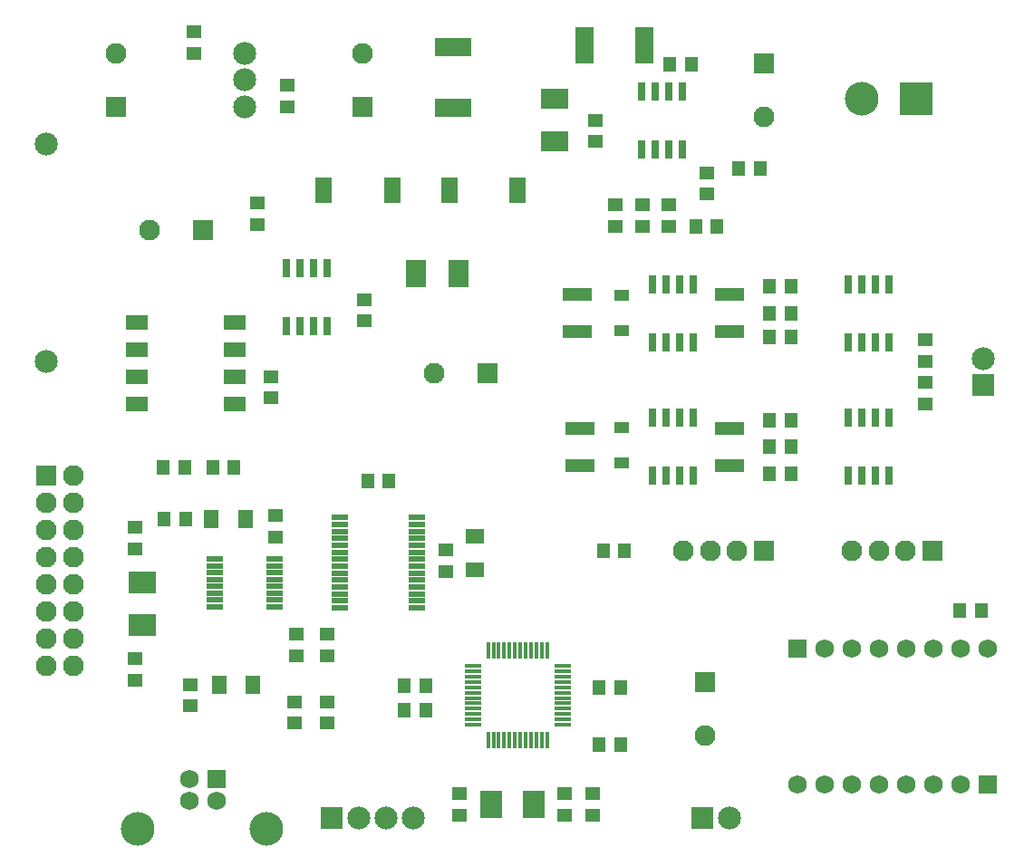
<source format=gts>
G04*
G04 #@! TF.GenerationSoftware,Altium Limited,Altium Designer,19.1.8 (144)*
G04*
G04 Layer_Color=8388736*
%FSLAX44Y44*%
%MOMM*%
G71*
G01*
G75*
%ADD14R,1.3500X1.7500*%
%ADD15R,0.4500X1.5500*%
%ADD16R,1.5500X0.4500*%
%ADD17R,2.5500X2.1500*%
%ADD18R,2.1500X2.5500*%
%ADD19R,1.3700X1.0600*%
%ADD20R,1.8500X2.6500*%
%ADD21R,2.6500X1.8500*%
%ADD22R,1.4000X1.1500*%
%ADD23R,1.1500X1.4000*%
%ADD24R,1.6500X2.3500*%
%ADD25R,0.7500X1.7000*%
%ADD26R,2.1500X1.3500*%
%ADD27R,1.5500X0.5000*%
%ADD28R,1.5500X0.5000*%
%ADD29R,2.7500X1.2500*%
%ADD30R,3.3500X1.7500*%
%ADD31R,1.7500X3.3500*%
%ADD32R,1.7500X1.3500*%
%ADD33R,2.1500X2.1500*%
%ADD34C,2.1500*%
%ADD35C,1.9500*%
%ADD36R,1.9500X1.9500*%
%ADD37R,3.1500X3.1500*%
%ADD38C,3.1500*%
%ADD39R,1.9500X1.9500*%
%ADD40C,1.7500*%
%ADD41R,1.7500X1.7500*%
%ADD42R,2.1500X2.1500*%
%ADD43R,1.7500X1.7500*%
%ADD44C,0.1500*%
D14*
X238000Y165000D02*
D03*
X206000D02*
D03*
X199000Y320000D02*
D03*
X231000D02*
D03*
D15*
X457500Y113000D02*
D03*
X462500D02*
D03*
X467500D02*
D03*
X472500D02*
D03*
X477500D02*
D03*
X482500D02*
D03*
X487500D02*
D03*
X492500D02*
D03*
X497500D02*
D03*
X502500D02*
D03*
X507500D02*
D03*
X512500D02*
D03*
Y197000D02*
D03*
X507500D02*
D03*
X502500D02*
D03*
X497500D02*
D03*
X492500D02*
D03*
X487500D02*
D03*
X482500D02*
D03*
X477500D02*
D03*
X472500D02*
D03*
X467500D02*
D03*
X462500D02*
D03*
X457500D02*
D03*
D16*
X527000Y127500D02*
D03*
Y132500D02*
D03*
Y137500D02*
D03*
Y142500D02*
D03*
Y147500D02*
D03*
Y152500D02*
D03*
Y157500D02*
D03*
Y162500D02*
D03*
Y167500D02*
D03*
Y172500D02*
D03*
Y177500D02*
D03*
Y182500D02*
D03*
X443000D02*
D03*
Y177500D02*
D03*
Y172500D02*
D03*
Y167500D02*
D03*
Y162500D02*
D03*
Y157500D02*
D03*
Y152500D02*
D03*
Y147500D02*
D03*
Y142500D02*
D03*
Y137500D02*
D03*
Y132500D02*
D03*
Y127500D02*
D03*
D17*
X134500Y220500D02*
D03*
Y260500D02*
D03*
D18*
X500000Y53000D02*
D03*
X460000D02*
D03*
D19*
X582000Y528500D02*
D03*
Y495750D02*
D03*
Y405000D02*
D03*
Y372250D02*
D03*
D20*
X430000Y549000D02*
D03*
X390000D02*
D03*
D21*
X520000Y712500D02*
D03*
Y672500D02*
D03*
D22*
X278000Y192000D02*
D03*
Y212000D02*
D03*
X307000Y192000D02*
D03*
Y212000D02*
D03*
X865500Y427250D02*
D03*
Y447250D02*
D03*
X661500Y643500D02*
D03*
Y623500D02*
D03*
X601500Y613500D02*
D03*
Y593500D02*
D03*
X576500Y613500D02*
D03*
Y593500D02*
D03*
X255000Y453000D02*
D03*
Y433000D02*
D03*
X277000Y129000D02*
D03*
Y149000D02*
D03*
X259000Y323000D02*
D03*
Y303000D02*
D03*
X307000Y129000D02*
D03*
Y149000D02*
D03*
X555000Y63000D02*
D03*
Y43000D02*
D03*
X865500Y467250D02*
D03*
Y487250D02*
D03*
X242000Y595000D02*
D03*
Y615000D02*
D03*
X342000Y525000D02*
D03*
Y505000D02*
D03*
X626500Y613500D02*
D03*
Y593500D02*
D03*
X182500Y755000D02*
D03*
Y775000D02*
D03*
X270000Y705000D02*
D03*
Y725000D02*
D03*
X557500Y672500D02*
D03*
Y692500D02*
D03*
X418000Y291000D02*
D03*
Y271000D02*
D03*
X179000Y145000D02*
D03*
Y165000D02*
D03*
X128000Y292000D02*
D03*
Y312000D02*
D03*
Y189000D02*
D03*
Y169000D02*
D03*
X529000Y43000D02*
D03*
Y63000D02*
D03*
X431000Y43000D02*
D03*
Y63000D02*
D03*
D23*
X174000Y368000D02*
D03*
X154000D02*
D03*
X561000Y109000D02*
D03*
X581000D02*
D03*
X740500Y489750D02*
D03*
X720500D02*
D03*
X740500Y512250D02*
D03*
X720500D02*
D03*
X740500Y537250D02*
D03*
X720500D02*
D03*
X740500Y362250D02*
D03*
X720500D02*
D03*
X740500Y387250D02*
D03*
X720500D02*
D03*
X740500Y412250D02*
D03*
X720500D02*
D03*
X651500Y593500D02*
D03*
X671500D02*
D03*
X627500Y745000D02*
D03*
X647500D02*
D03*
X711500Y647500D02*
D03*
X691500D02*
D03*
X200000Y368000D02*
D03*
X220000D02*
D03*
X379000Y141000D02*
D03*
X399000D02*
D03*
X379000Y164000D02*
D03*
X399000D02*
D03*
X561000Y162000D02*
D03*
X581000D02*
D03*
X898000Y234000D02*
D03*
X918000D02*
D03*
X585000Y290000D02*
D03*
X565000D02*
D03*
X365000Y355000D02*
D03*
X345000D02*
D03*
X155000Y320000D02*
D03*
X175000D02*
D03*
D24*
X304000Y627000D02*
D03*
X368000D02*
D03*
X421000D02*
D03*
X485000D02*
D03*
D25*
X793950Y485250D02*
D03*
X806650D02*
D03*
X819350D02*
D03*
X832050D02*
D03*
Y539250D02*
D03*
X819350D02*
D03*
X806650D02*
D03*
X793950D02*
D03*
X611450Y485250D02*
D03*
X624150D02*
D03*
X636850D02*
D03*
X649550D02*
D03*
Y539250D02*
D03*
X636850D02*
D03*
X624150D02*
D03*
X611450D02*
D03*
X793950Y360250D02*
D03*
X806650D02*
D03*
X819350D02*
D03*
X832050D02*
D03*
Y414250D02*
D03*
X819350D02*
D03*
X806650D02*
D03*
X793950D02*
D03*
X611450Y360250D02*
D03*
X624150D02*
D03*
X636850D02*
D03*
X649550D02*
D03*
Y414250D02*
D03*
X636850D02*
D03*
X624150D02*
D03*
X611450D02*
D03*
X307350Y554250D02*
D03*
X294650D02*
D03*
X281950D02*
D03*
X269250D02*
D03*
Y500250D02*
D03*
X281950D02*
D03*
X294650D02*
D03*
X307350D02*
D03*
X600950Y665500D02*
D03*
X613650D02*
D03*
X626350D02*
D03*
X639050D02*
D03*
Y719500D02*
D03*
X626350D02*
D03*
X613650D02*
D03*
X600950D02*
D03*
D26*
X129000Y427400D02*
D03*
Y452800D02*
D03*
Y478200D02*
D03*
Y503600D02*
D03*
X221000Y503800D02*
D03*
Y478400D02*
D03*
Y453000D02*
D03*
Y427600D02*
D03*
D27*
X202000Y282225D02*
D03*
Y275875D02*
D03*
Y269525D02*
D03*
Y263175D02*
D03*
Y256825D02*
D03*
Y250475D02*
D03*
Y244125D02*
D03*
Y237775D02*
D03*
X258000Y282225D02*
D03*
Y275875D02*
D03*
Y269525D02*
D03*
Y263175D02*
D03*
Y256825D02*
D03*
Y250475D02*
D03*
Y244125D02*
D03*
Y237775D02*
D03*
D28*
X391000Y236750D02*
D03*
Y243250D02*
D03*
Y249750D02*
D03*
Y256250D02*
D03*
Y262750D02*
D03*
Y269250D02*
D03*
Y275750D02*
D03*
Y282250D02*
D03*
Y288750D02*
D03*
Y295250D02*
D03*
Y301750D02*
D03*
Y308250D02*
D03*
Y314750D02*
D03*
Y321250D02*
D03*
X319000Y236750D02*
D03*
Y243250D02*
D03*
Y249750D02*
D03*
Y256250D02*
D03*
Y262750D02*
D03*
Y269250D02*
D03*
Y275750D02*
D03*
Y282250D02*
D03*
Y288750D02*
D03*
Y295250D02*
D03*
Y301750D02*
D03*
Y308250D02*
D03*
Y314750D02*
D03*
Y321250D02*
D03*
D29*
X683000Y404750D02*
D03*
Y369750D02*
D03*
X540500Y529750D02*
D03*
Y494750D02*
D03*
X683000Y529750D02*
D03*
Y494750D02*
D03*
X543000Y404750D02*
D03*
Y369750D02*
D03*
D30*
X425000Y760500D02*
D03*
Y704500D02*
D03*
D31*
X547500Y762500D02*
D03*
X603500D02*
D03*
D32*
X445000Y304000D02*
D03*
Y272000D02*
D03*
D33*
X920500Y444750D02*
D03*
D34*
Y469750D02*
D03*
X362000Y40000D02*
D03*
X336600D02*
D03*
X387400D02*
D03*
X45000Y670000D02*
D03*
Y467000D02*
D03*
X682700Y40000D02*
D03*
X230000Y705000D02*
D03*
Y730000D02*
D03*
Y755000D02*
D03*
D35*
X797500Y290000D02*
D03*
X822500D02*
D03*
X847500D02*
D03*
X640000D02*
D03*
X665000D02*
D03*
X690000D02*
D03*
X70400Y182200D02*
D03*
X45000D02*
D03*
X70400Y207600D02*
D03*
X45000D02*
D03*
X70400Y233000D02*
D03*
X45000D02*
D03*
X70400Y258400D02*
D03*
X45000D02*
D03*
X70400Y360000D02*
D03*
X45000Y334600D02*
D03*
X70400D02*
D03*
X45000Y309200D02*
D03*
X70400D02*
D03*
X45000Y283800D02*
D03*
X70400D02*
D03*
X660000Y117500D02*
D03*
X141000Y590000D02*
D03*
X715000Y695500D02*
D03*
X110000Y755000D02*
D03*
X340000D02*
D03*
X407000Y456000D02*
D03*
D36*
X872500Y290000D02*
D03*
X715000D02*
D03*
X191000Y590000D02*
D03*
X457000Y456000D02*
D03*
D37*
X857500Y712500D02*
D03*
D38*
X806700D02*
D03*
X250500Y30500D02*
D03*
X130500D02*
D03*
D39*
X45000Y360000D02*
D03*
X660000Y167500D02*
D03*
X715000Y745500D02*
D03*
X110000Y705000D02*
D03*
X340000D02*
D03*
D40*
X203500Y56500D02*
D03*
X178500Y76500D02*
D03*
Y56500D02*
D03*
X898500Y71500D02*
D03*
X873100D02*
D03*
X847700D02*
D03*
X822300D02*
D03*
X796900D02*
D03*
X771500D02*
D03*
X746100D02*
D03*
X771500Y198500D02*
D03*
X796900D02*
D03*
X822300D02*
D03*
X847700D02*
D03*
X873100D02*
D03*
X898500D02*
D03*
X923900D02*
D03*
D41*
X203500Y76500D02*
D03*
D42*
X311200Y40000D02*
D03*
X657300D02*
D03*
D43*
X923900Y71500D02*
D03*
X746100Y198500D02*
D03*
D44*
X935000Y785000D02*
D03*
X25000D02*
D03*
X935000Y25000D02*
D03*
X25000D02*
D03*
M02*

</source>
